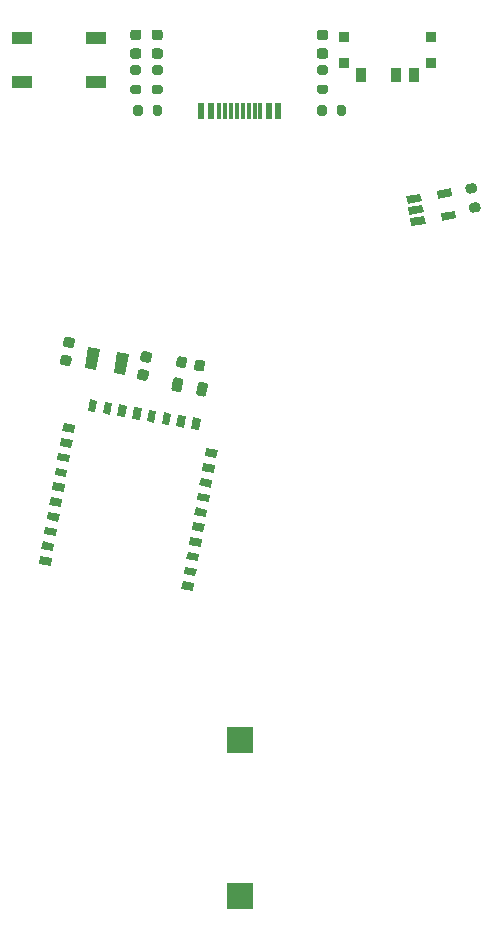
<source format=gbr>
%TF.GenerationSoftware,KiCad,Pcbnew,(5.1.10)-1*%
%TF.CreationDate,2021-11-02T21:32:16-06:00*%
%TF.ProjectId,VColChoc44,56436f6c-4368-46f6-9334-342e6b696361,rev?*%
%TF.SameCoordinates,Original*%
%TF.FileFunction,Paste,Bot*%
%TF.FilePolarity,Positive*%
%FSLAX46Y46*%
G04 Gerber Fmt 4.6, Leading zero omitted, Abs format (unit mm)*
G04 Created by KiCad (PCBNEW (5.1.10)-1) date 2021-11-02 21:32:16*
%MOMM*%
%LPD*%
G01*
G04 APERTURE LIST*
%ADD10R,0.600000X1.450000*%
%ADD11R,0.300000X1.450000*%
%ADD12C,0.100000*%
%ADD13R,1.800000X1.100000*%
%ADD14R,0.900000X0.900000*%
%ADD15R,0.900000X1.250000*%
%ADD16R,2.200000X2.200000*%
G04 APERTURE END LIST*
D10*
%TO.C,J2*%
X153250000Y-67645000D03*
X152450000Y-67645000D03*
X147550000Y-67645000D03*
X146750000Y-67645000D03*
X146750000Y-67645000D03*
X147550000Y-67645000D03*
X152450000Y-67645000D03*
X153250000Y-67645000D03*
D11*
X148250000Y-67645000D03*
X148750000Y-67645000D03*
X149250000Y-67645000D03*
X150250000Y-67645000D03*
X150750000Y-67645000D03*
X151250000Y-67645000D03*
X151750000Y-67645000D03*
X149750000Y-67645000D03*
%TD*%
D12*
%TO.C,U45*%
G36*
X135086508Y-94091060D02*
G01*
X136071316Y-94264709D01*
X135958444Y-94904834D01*
X134973636Y-94731185D01*
X135086508Y-94091060D01*
G37*
G36*
X134865975Y-95341766D02*
G01*
X135850783Y-95515415D01*
X135737911Y-96155540D01*
X134753103Y-95981891D01*
X134865975Y-95341766D01*
G37*
G36*
X134645442Y-96592472D02*
G01*
X135630250Y-96766121D01*
X135517378Y-97406246D01*
X134532570Y-97232597D01*
X134645442Y-96592472D01*
G37*
G36*
X134424909Y-97843177D02*
G01*
X135409717Y-98016826D01*
X135296845Y-98656951D01*
X134312037Y-98483302D01*
X134424909Y-97843177D01*
G37*
G36*
X134204375Y-99093883D02*
G01*
X135189183Y-99267532D01*
X135076311Y-99907657D01*
X134091503Y-99734008D01*
X134204375Y-99093883D01*
G37*
G36*
X133983842Y-100344589D02*
G01*
X134968650Y-100518238D01*
X134855778Y-101158363D01*
X133870970Y-100984714D01*
X133983842Y-100344589D01*
G37*
G36*
X133763309Y-101595295D02*
G01*
X134748117Y-101768944D01*
X134635245Y-102409069D01*
X133650437Y-102235420D01*
X133763309Y-101595295D01*
G37*
G36*
X133542776Y-102846001D02*
G01*
X134527584Y-103019650D01*
X134414712Y-103659775D01*
X133429904Y-103486126D01*
X133542776Y-102846001D01*
G37*
G36*
X133322243Y-104096707D02*
G01*
X134307051Y-104270356D01*
X134194179Y-104910481D01*
X133209371Y-104736832D01*
X133322243Y-104096707D01*
G37*
G36*
X133101709Y-105347413D02*
G01*
X134086517Y-105521062D01*
X133973645Y-106161187D01*
X132988837Y-105987538D01*
X133101709Y-105347413D01*
G37*
G36*
X146476986Y-99968284D02*
G01*
X147461794Y-100141933D01*
X147348922Y-100782058D01*
X146364114Y-100608409D01*
X146476986Y-99968284D01*
G37*
G36*
X145153787Y-107472519D02*
G01*
X146138595Y-107646168D01*
X146025723Y-108286293D01*
X145040915Y-108112644D01*
X145153787Y-107472519D01*
G37*
G36*
X146256453Y-101218990D02*
G01*
X147241261Y-101392639D01*
X147128389Y-102032764D01*
X146143581Y-101859115D01*
X146256453Y-101218990D01*
G37*
G36*
X145374320Y-106221813D02*
G01*
X146359128Y-106395462D01*
X146246256Y-107035587D01*
X145261448Y-106861938D01*
X145374320Y-106221813D01*
G37*
G36*
X145594853Y-104971107D02*
G01*
X146579661Y-105144756D01*
X146466789Y-105784881D01*
X145481981Y-105611232D01*
X145594853Y-104971107D01*
G37*
G36*
X145815386Y-103720401D02*
G01*
X146800194Y-103894050D01*
X146687322Y-104534175D01*
X145702514Y-104360526D01*
X145815386Y-103720401D01*
G37*
G36*
X146697519Y-98717578D02*
G01*
X147682327Y-98891227D01*
X147569455Y-99531352D01*
X146584647Y-99357703D01*
X146697519Y-98717578D01*
G37*
G36*
X146035919Y-102469696D02*
G01*
X147020727Y-102643345D01*
X146907855Y-103283470D01*
X145923047Y-103109821D01*
X146035919Y-102469696D01*
G37*
G36*
X146918052Y-97466872D02*
G01*
X147902860Y-97640521D01*
X147789988Y-98280646D01*
X146805180Y-98106997D01*
X146918052Y-97466872D01*
G37*
G36*
X147138585Y-96216166D02*
G01*
X148123393Y-96389815D01*
X148010521Y-97029940D01*
X147025713Y-96856291D01*
X147138585Y-96216166D01*
G37*
G36*
X145442871Y-93486236D02*
G01*
X145269222Y-94471044D01*
X144629097Y-94358172D01*
X144802746Y-93373364D01*
X145442871Y-93486236D01*
G37*
G36*
X137938636Y-92163036D02*
G01*
X137764987Y-93147844D01*
X137124862Y-93034972D01*
X137298511Y-92050164D01*
X137938636Y-92163036D01*
G37*
G36*
X144192166Y-93265702D02*
G01*
X144018517Y-94250510D01*
X143378392Y-94137638D01*
X143552041Y-93152830D01*
X144192166Y-93265702D01*
G37*
G36*
X139189342Y-92383570D02*
G01*
X139015693Y-93368378D01*
X138375568Y-93255506D01*
X138549217Y-92270698D01*
X139189342Y-92383570D01*
G37*
G36*
X140440048Y-92604103D02*
G01*
X140266399Y-93588911D01*
X139626274Y-93476039D01*
X139799923Y-92491231D01*
X140440048Y-92604103D01*
G37*
G36*
X141690754Y-92824636D02*
G01*
X141517105Y-93809444D01*
X140876980Y-93696572D01*
X141050629Y-92711764D01*
X141690754Y-92824636D01*
G37*
G36*
X146693577Y-93706769D02*
G01*
X146519928Y-94691577D01*
X145879803Y-94578705D01*
X146053452Y-93593897D01*
X146693577Y-93706769D01*
G37*
G36*
X142941460Y-93045169D02*
G01*
X142767811Y-94029977D01*
X142127686Y-93917105D01*
X142301335Y-92932297D01*
X142941460Y-93045169D01*
G37*
%TD*%
%TO.C,Y1*%
G36*
X140610705Y-88217557D02*
G01*
X140298139Y-89990211D01*
X139313331Y-89816563D01*
X139625897Y-88043909D01*
X140610705Y-88217557D01*
G37*
G36*
X138148685Y-87783437D02*
G01*
X137836119Y-89556091D01*
X136851311Y-89382443D01*
X137163877Y-87609789D01*
X138148685Y-87783437D01*
G37*
%TD*%
%TO.C,U46*%
G36*
X167110767Y-76934076D02*
G01*
X166997896Y-76293951D01*
X168199361Y-76082100D01*
X168312232Y-76722225D01*
X167110767Y-76934076D01*
G37*
G36*
X166780835Y-75062942D02*
G01*
X166667964Y-74422817D01*
X167869429Y-74210966D01*
X167982300Y-74851091D01*
X166780835Y-75062942D01*
G37*
G36*
X164200639Y-75517900D02*
G01*
X164087768Y-74877775D01*
X165289233Y-74665924D01*
X165402104Y-75306049D01*
X164200639Y-75517900D01*
G37*
G36*
X164365605Y-76453467D02*
G01*
X164252734Y-75813342D01*
X165454199Y-75601491D01*
X165567070Y-76241616D01*
X164365605Y-76453467D01*
G37*
G36*
X164530571Y-77389034D02*
G01*
X164417700Y-76748909D01*
X165619165Y-76537058D01*
X165732036Y-77177183D01*
X164530571Y-77389034D01*
G37*
%TD*%
D13*
%TO.C,SW2*%
X131600000Y-65200000D03*
X137800000Y-65200000D03*
X131600000Y-61500000D03*
X137800000Y-61500000D03*
%TD*%
D14*
%TO.C,SW1*%
X166200000Y-61400000D03*
X166200000Y-63600000D03*
X158800000Y-63600000D03*
X158800000Y-61400000D03*
D15*
X160250000Y-64575000D03*
X164750000Y-64575000D03*
X163250000Y-64575000D03*
%TD*%
%TO.C,R6*%
G36*
G01*
X169546237Y-75478761D02*
X170087881Y-75383254D01*
G75*
G02*
X170319573Y-75545486I34730J-196962D01*
G01*
X170389033Y-75939409D01*
G75*
G02*
X170226801Y-76171101I-196962J-34730D01*
G01*
X169685157Y-76266608D01*
G75*
G02*
X169453465Y-76104376I-34730J196962D01*
G01*
X169384005Y-75710453D01*
G75*
G02*
X169546237Y-75478761I196962J34730D01*
G01*
G37*
G36*
G01*
X169259717Y-73853829D02*
X169801361Y-73758322D01*
G75*
G02*
X170033053Y-73920554I34730J-196962D01*
G01*
X170102513Y-74314477D01*
G75*
G02*
X169940281Y-74546169I-196962J-34730D01*
G01*
X169398637Y-74641676D01*
G75*
G02*
X169166945Y-74479444I-34730J196962D01*
G01*
X169097485Y-74085521D01*
G75*
G02*
X169259717Y-73853829I196962J34730D01*
G01*
G37*
%TD*%
%TO.C,R5*%
G36*
G01*
X156725000Y-65425000D02*
X157275000Y-65425000D01*
G75*
G02*
X157475000Y-65625000I0J-200000D01*
G01*
X157475000Y-66025000D01*
G75*
G02*
X157275000Y-66225000I-200000J0D01*
G01*
X156725000Y-66225000D01*
G75*
G02*
X156525000Y-66025000I0J200000D01*
G01*
X156525000Y-65625000D01*
G75*
G02*
X156725000Y-65425000I200000J0D01*
G01*
G37*
G36*
G01*
X156725000Y-63775000D02*
X157275000Y-63775000D01*
G75*
G02*
X157475000Y-63975000I0J-200000D01*
G01*
X157475000Y-64375000D01*
G75*
G02*
X157275000Y-64575000I-200000J0D01*
G01*
X156725000Y-64575000D01*
G75*
G02*
X156525000Y-64375000I0J200000D01*
G01*
X156525000Y-63975000D01*
G75*
G02*
X156725000Y-63775000I200000J0D01*
G01*
G37*
%TD*%
%TO.C,R4*%
G36*
G01*
X141775000Y-67325000D02*
X141775000Y-67875000D01*
G75*
G02*
X141575000Y-68075000I-200000J0D01*
G01*
X141175000Y-68075000D01*
G75*
G02*
X140975000Y-67875000I0J200000D01*
G01*
X140975000Y-67325000D01*
G75*
G02*
X141175000Y-67125000I200000J0D01*
G01*
X141575000Y-67125000D01*
G75*
G02*
X141775000Y-67325000I0J-200000D01*
G01*
G37*
G36*
G01*
X143425000Y-67325000D02*
X143425000Y-67875000D01*
G75*
G02*
X143225000Y-68075000I-200000J0D01*
G01*
X142825000Y-68075000D01*
G75*
G02*
X142625000Y-67875000I0J200000D01*
G01*
X142625000Y-67325000D01*
G75*
G02*
X142825000Y-67125000I200000J0D01*
G01*
X143225000Y-67125000D01*
G75*
G02*
X143425000Y-67325000I0J-200000D01*
G01*
G37*
%TD*%
%TO.C,R3*%
G36*
G01*
X158200000Y-67875001D02*
X158200000Y-67325001D01*
G75*
G02*
X158400000Y-67125001I200000J0D01*
G01*
X158800000Y-67125001D01*
G75*
G02*
X159000000Y-67325001I0J-200000D01*
G01*
X159000000Y-67875001D01*
G75*
G02*
X158800000Y-68075001I-200000J0D01*
G01*
X158400000Y-68075001D01*
G75*
G02*
X158200000Y-67875001I0J200000D01*
G01*
G37*
G36*
G01*
X156550000Y-67875001D02*
X156550000Y-67325001D01*
G75*
G02*
X156750000Y-67125001I200000J0D01*
G01*
X157150000Y-67125001D01*
G75*
G02*
X157350000Y-67325001I0J-200000D01*
G01*
X157350000Y-67875001D01*
G75*
G02*
X157150000Y-68075001I-200000J0D01*
G01*
X156750000Y-68075001D01*
G75*
G02*
X156550000Y-67875001I0J200000D01*
G01*
G37*
%TD*%
%TO.C,R2*%
G36*
G01*
X140925000Y-65425000D02*
X141475000Y-65425000D01*
G75*
G02*
X141675000Y-65625000I0J-200000D01*
G01*
X141675000Y-66025000D01*
G75*
G02*
X141475000Y-66225000I-200000J0D01*
G01*
X140925000Y-66225000D01*
G75*
G02*
X140725000Y-66025000I0J200000D01*
G01*
X140725000Y-65625000D01*
G75*
G02*
X140925000Y-65425000I200000J0D01*
G01*
G37*
G36*
G01*
X140925000Y-63775000D02*
X141475000Y-63775000D01*
G75*
G02*
X141675000Y-63975000I0J-200000D01*
G01*
X141675000Y-64375000D01*
G75*
G02*
X141475000Y-64575000I-200000J0D01*
G01*
X140925000Y-64575000D01*
G75*
G02*
X140725000Y-64375000I0J200000D01*
G01*
X140725000Y-63975000D01*
G75*
G02*
X140925000Y-63775000I200000J0D01*
G01*
G37*
%TD*%
%TO.C,R1*%
G36*
G01*
X142725000Y-65425000D02*
X143275000Y-65425000D01*
G75*
G02*
X143475000Y-65625000I0J-200000D01*
G01*
X143475000Y-66025000D01*
G75*
G02*
X143275000Y-66225000I-200000J0D01*
G01*
X142725000Y-66225000D01*
G75*
G02*
X142525000Y-66025000I0J200000D01*
G01*
X142525000Y-65625000D01*
G75*
G02*
X142725000Y-65425000I200000J0D01*
G01*
G37*
G36*
G01*
X142725000Y-63775000D02*
X143275000Y-63775000D01*
G75*
G02*
X143475000Y-63975000I0J-200000D01*
G01*
X143475000Y-64375000D01*
G75*
G02*
X143275000Y-64575000I-200000J0D01*
G01*
X142725000Y-64575000D01*
G75*
G02*
X142525000Y-64375000I0J200000D01*
G01*
X142525000Y-63975000D01*
G75*
G02*
X142725000Y-63775000I200000J0D01*
G01*
G37*
%TD*%
%TO.C,L1*%
G36*
G01*
X145204342Y-90531511D02*
X145071935Y-91282426D01*
G75*
G02*
X144818522Y-91459867I-215427J37986D01*
G01*
X144387669Y-91383896D01*
G75*
G02*
X144210228Y-91130483I37986J215427D01*
G01*
X144342635Y-90379568D01*
G75*
G02*
X144596048Y-90202127I215427J-37986D01*
G01*
X145026901Y-90278098D01*
G75*
G02*
X145204342Y-90531511I-37986J-215427D01*
G01*
G37*
G36*
G01*
X147297058Y-90900513D02*
X147164651Y-91651428D01*
G75*
G02*
X146911238Y-91828869I-215427J37986D01*
G01*
X146480385Y-91752898D01*
G75*
G02*
X146302944Y-91499485I37986J215427D01*
G01*
X146435351Y-90748570D01*
G75*
G02*
X146688764Y-90571129I215427J-37986D01*
G01*
X147119617Y-90647100D01*
G75*
G02*
X147297058Y-90900513I-37986J-215427D01*
G01*
G37*
%TD*%
%TO.C,D3*%
G36*
G01*
X157256250Y-61650000D02*
X156743750Y-61650000D01*
G75*
G02*
X156525000Y-61431250I0J218750D01*
G01*
X156525000Y-60993750D01*
G75*
G02*
X156743750Y-60775000I218750J0D01*
G01*
X157256250Y-60775000D01*
G75*
G02*
X157475000Y-60993750I0J-218750D01*
G01*
X157475000Y-61431250D01*
G75*
G02*
X157256250Y-61650000I-218750J0D01*
G01*
G37*
G36*
G01*
X157256250Y-63225000D02*
X156743750Y-63225000D01*
G75*
G02*
X156525000Y-63006250I0J218750D01*
G01*
X156525000Y-62568750D01*
G75*
G02*
X156743750Y-62350000I218750J0D01*
G01*
X157256250Y-62350000D01*
G75*
G02*
X157475000Y-62568750I0J-218750D01*
G01*
X157475000Y-63006250D01*
G75*
G02*
X157256250Y-63225000I-218750J0D01*
G01*
G37*
%TD*%
%TO.C,D2*%
G36*
G01*
X141456250Y-61650000D02*
X140943750Y-61650000D01*
G75*
G02*
X140725000Y-61431250I0J218750D01*
G01*
X140725000Y-60993750D01*
G75*
G02*
X140943750Y-60775000I218750J0D01*
G01*
X141456250Y-60775000D01*
G75*
G02*
X141675000Y-60993750I0J-218750D01*
G01*
X141675000Y-61431250D01*
G75*
G02*
X141456250Y-61650000I-218750J0D01*
G01*
G37*
G36*
G01*
X141456250Y-63225000D02*
X140943750Y-63225000D01*
G75*
G02*
X140725000Y-63006250I0J218750D01*
G01*
X140725000Y-62568750D01*
G75*
G02*
X140943750Y-62350000I218750J0D01*
G01*
X141456250Y-62350000D01*
G75*
G02*
X141675000Y-62568750I0J-218750D01*
G01*
X141675000Y-63006250D01*
G75*
G02*
X141456250Y-63225000I-218750J0D01*
G01*
G37*
%TD*%
%TO.C,D1*%
G36*
G01*
X143256250Y-61650000D02*
X142743750Y-61650000D01*
G75*
G02*
X142525000Y-61431250I0J218750D01*
G01*
X142525000Y-60993750D01*
G75*
G02*
X142743750Y-60775000I218750J0D01*
G01*
X143256250Y-60775000D01*
G75*
G02*
X143475000Y-60993750I0J-218750D01*
G01*
X143475000Y-61431250D01*
G75*
G02*
X143256250Y-61650000I-218750J0D01*
G01*
G37*
G36*
G01*
X143256250Y-63225000D02*
X142743750Y-63225000D01*
G75*
G02*
X142525000Y-63006250I0J218750D01*
G01*
X142525000Y-62568750D01*
G75*
G02*
X142743750Y-62350000I218750J0D01*
G01*
X143256250Y-62350000D01*
G75*
G02*
X143475000Y-62568750I0J-218750D01*
G01*
X143475000Y-63006250D01*
G75*
G02*
X143256250Y-63225000I-218750J0D01*
G01*
G37*
%TD*%
%TO.C,C3*%
G36*
G01*
X145560124Y-88762786D02*
X145473300Y-89255190D01*
G75*
G02*
X145212647Y-89437701I-221582J39071D01*
G01*
X144769483Y-89359559D01*
G75*
G02*
X144586972Y-89098906I39071J221582D01*
G01*
X144673796Y-88606502D01*
G75*
G02*
X144934449Y-88423991I221582J-39071D01*
G01*
X145377613Y-88502133D01*
G75*
G02*
X145560124Y-88762786I-39071J-221582D01*
G01*
G37*
G36*
G01*
X147086576Y-89031940D02*
X146999752Y-89524344D01*
G75*
G02*
X146739099Y-89706855I-221582J39071D01*
G01*
X146295935Y-89628713D01*
G75*
G02*
X146113424Y-89368060I39071J221582D01*
G01*
X146200248Y-88875656D01*
G75*
G02*
X146460901Y-88693145I221582J-39071D01*
G01*
X146904065Y-88771287D01*
G75*
G02*
X147086576Y-89031940I-39071J-221582D01*
G01*
G37*
%TD*%
%TO.C,C2*%
G36*
G01*
X141631940Y-89513424D02*
X142124344Y-89600248D01*
G75*
G02*
X142306855Y-89860901I-39071J-221582D01*
G01*
X142228713Y-90304065D01*
G75*
G02*
X141968060Y-90486576I-221582J39071D01*
G01*
X141475656Y-90399752D01*
G75*
G02*
X141293145Y-90139099I39071J221582D01*
G01*
X141371287Y-89695935D01*
G75*
G02*
X141631940Y-89513424I221582J-39071D01*
G01*
G37*
G36*
G01*
X141901094Y-87986972D02*
X142393498Y-88073796D01*
G75*
G02*
X142576009Y-88334449I-39071J-221582D01*
G01*
X142497867Y-88777613D01*
G75*
G02*
X142237214Y-88960124I-221582J39071D01*
G01*
X141744810Y-88873300D01*
G75*
G02*
X141562299Y-88612647I39071J221582D01*
G01*
X141640441Y-88169483D01*
G75*
G02*
X141901094Y-87986972I221582J-39071D01*
G01*
G37*
%TD*%
%TO.C,C1*%
G36*
G01*
X135702637Y-87723350D02*
X135210233Y-87636526D01*
G75*
G02*
X135027722Y-87375873I39071J221582D01*
G01*
X135105864Y-86932709D01*
G75*
G02*
X135366517Y-86750198I221582J-39071D01*
G01*
X135858921Y-86837022D01*
G75*
G02*
X136041432Y-87097675I-39071J-221582D01*
G01*
X135963290Y-87540839D01*
G75*
G02*
X135702637Y-87723350I-221582J39071D01*
G01*
G37*
G36*
G01*
X135433483Y-89249802D02*
X134941079Y-89162978D01*
G75*
G02*
X134758568Y-88902325I39071J221582D01*
G01*
X134836710Y-88459161D01*
G75*
G02*
X135097363Y-88276650I221582J-39071D01*
G01*
X135589767Y-88363474D01*
G75*
G02*
X135772278Y-88624127I-39071J-221582D01*
G01*
X135694136Y-89067291D01*
G75*
G02*
X135433483Y-89249802I-221582J39071D01*
G01*
G37*
%TD*%
D16*
%TO.C,LS1*%
X150000000Y-120900000D03*
X150000000Y-134100000D03*
%TD*%
M02*

</source>
